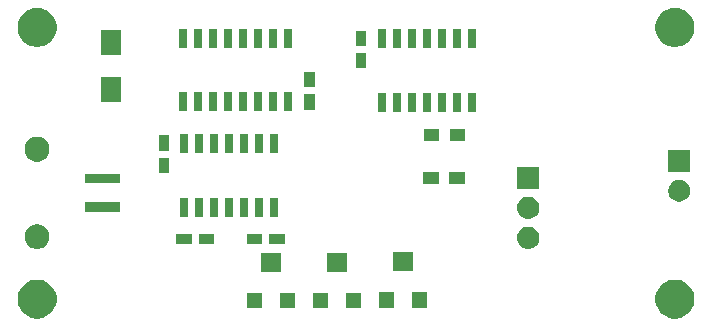
<source format=gts>
G04 #@! TF.GenerationSoftware,KiCad,Pcbnew,5.0.1*
G04 #@! TF.CreationDate,2019-03-20T12:14:45+09:00*
G04 #@! TF.ProjectId,supersonic_bone_therapy_equipment,7375706572736F6E69635F626F6E655F,rev?*
G04 #@! TF.SameCoordinates,Original*
G04 #@! TF.FileFunction,Soldermask,Top*
G04 #@! TF.FilePolarity,Negative*
%FSLAX46Y46*%
G04 Gerber Fmt 4.6, Leading zero omitted, Abs format (unit mm)*
G04 Created by KiCad (PCBNEW 5.0.1) date 2019年03月20日 12時14分45秒*
%MOMM*%
%LPD*%
G01*
G04 APERTURE LIST*
%ADD10C,0.100000*%
G04 APERTURE END LIST*
D10*
G36*
X181375256Y-110391298D02*
X181481579Y-110412447D01*
X181782042Y-110536903D01*
X182048852Y-110715180D01*
X182052454Y-110717587D01*
X182282413Y-110947546D01*
X182463098Y-111217960D01*
X182587553Y-111518422D01*
X182651000Y-111837389D01*
X182651000Y-112162611D01*
X182587553Y-112481578D01*
X182463098Y-112782040D01*
X182282413Y-113052454D01*
X182052454Y-113282413D01*
X182052451Y-113282415D01*
X181782042Y-113463097D01*
X181481579Y-113587553D01*
X181375256Y-113608702D01*
X181162611Y-113651000D01*
X180837389Y-113651000D01*
X180624744Y-113608702D01*
X180518421Y-113587553D01*
X180217958Y-113463097D01*
X179947549Y-113282415D01*
X179947546Y-113282413D01*
X179717587Y-113052454D01*
X179536902Y-112782040D01*
X179412447Y-112481578D01*
X179349000Y-112162611D01*
X179349000Y-111837389D01*
X179412447Y-111518422D01*
X179536902Y-111217960D01*
X179717587Y-110947546D01*
X179947546Y-110717587D01*
X179951148Y-110715180D01*
X180217958Y-110536903D01*
X180518421Y-110412447D01*
X180624744Y-110391298D01*
X180837389Y-110349000D01*
X181162611Y-110349000D01*
X181375256Y-110391298D01*
X181375256Y-110391298D01*
G37*
G36*
X127375256Y-110391298D02*
X127481579Y-110412447D01*
X127782042Y-110536903D01*
X128048852Y-110715180D01*
X128052454Y-110717587D01*
X128282413Y-110947546D01*
X128463098Y-111217960D01*
X128587553Y-111518422D01*
X128651000Y-111837389D01*
X128651000Y-112162611D01*
X128587553Y-112481578D01*
X128463098Y-112782040D01*
X128282413Y-113052454D01*
X128052454Y-113282413D01*
X128052451Y-113282415D01*
X127782042Y-113463097D01*
X127481579Y-113587553D01*
X127375256Y-113608702D01*
X127162611Y-113651000D01*
X126837389Y-113651000D01*
X126624744Y-113608702D01*
X126518421Y-113587553D01*
X126217958Y-113463097D01*
X125947549Y-113282415D01*
X125947546Y-113282413D01*
X125717587Y-113052454D01*
X125536902Y-112782040D01*
X125412447Y-112481578D01*
X125349000Y-112162611D01*
X125349000Y-111837389D01*
X125412447Y-111518422D01*
X125536902Y-111217960D01*
X125717587Y-110947546D01*
X125947546Y-110717587D01*
X125951148Y-110715180D01*
X126217958Y-110536903D01*
X126518421Y-110412447D01*
X126624744Y-110391298D01*
X126837389Y-110349000D01*
X127162611Y-110349000D01*
X127375256Y-110391298D01*
X127375256Y-110391298D01*
G37*
G36*
X151651000Y-112761000D02*
X150349000Y-112761000D01*
X150349000Y-111459000D01*
X151651000Y-111459000D01*
X151651000Y-112761000D01*
X151651000Y-112761000D01*
G37*
G36*
X146063000Y-112761000D02*
X144761000Y-112761000D01*
X144761000Y-111459000D01*
X146063000Y-111459000D01*
X146063000Y-112761000D01*
X146063000Y-112761000D01*
G37*
G36*
X148863000Y-112761000D02*
X147561000Y-112761000D01*
X147561000Y-111459000D01*
X148863000Y-111459000D01*
X148863000Y-112761000D01*
X148863000Y-112761000D01*
G37*
G36*
X154451000Y-112761000D02*
X153149000Y-112761000D01*
X153149000Y-111459000D01*
X154451000Y-111459000D01*
X154451000Y-112761000D01*
X154451000Y-112761000D01*
G37*
G36*
X157213600Y-112735600D02*
X155911600Y-112735600D01*
X155911600Y-111433600D01*
X157213600Y-111433600D01*
X157213600Y-112735600D01*
X157213600Y-112735600D01*
G37*
G36*
X160013600Y-112735600D02*
X158711600Y-112735600D01*
X158711600Y-111433600D01*
X160013600Y-111433600D01*
X160013600Y-112735600D01*
X160013600Y-112735600D01*
G37*
G36*
X147663000Y-109671000D02*
X145961000Y-109671000D01*
X145961000Y-108069000D01*
X147663000Y-108069000D01*
X147663000Y-109671000D01*
X147663000Y-109671000D01*
G37*
G36*
X153251000Y-109671000D02*
X151549000Y-109671000D01*
X151549000Y-108069000D01*
X153251000Y-108069000D01*
X153251000Y-109671000D01*
X153251000Y-109671000D01*
G37*
G36*
X158813600Y-109645600D02*
X157111600Y-109645600D01*
X157111600Y-108043600D01*
X158813600Y-108043600D01*
X158813600Y-109645600D01*
X158813600Y-109645600D01*
G37*
G36*
X168766225Y-105869760D02*
X168766228Y-105869761D01*
X168766229Y-105869761D01*
X168945493Y-105924140D01*
X168945495Y-105924141D01*
X169110705Y-106012448D01*
X169255512Y-106131288D01*
X169374352Y-106276095D01*
X169462659Y-106441305D01*
X169517040Y-106620575D01*
X169535401Y-106807000D01*
X169517040Y-106993425D01*
X169462659Y-107172695D01*
X169374352Y-107337905D01*
X169255512Y-107482712D01*
X169110705Y-107601552D01*
X169054892Y-107631385D01*
X168945493Y-107689860D01*
X168766229Y-107744239D01*
X168766228Y-107744239D01*
X168766225Y-107744240D01*
X168626518Y-107758000D01*
X168533082Y-107758000D01*
X168393375Y-107744240D01*
X168393372Y-107744239D01*
X168393371Y-107744239D01*
X168214107Y-107689860D01*
X168104708Y-107631385D01*
X168048895Y-107601552D01*
X167904088Y-107482712D01*
X167785248Y-107337905D01*
X167696941Y-107172695D01*
X167642560Y-106993425D01*
X167624199Y-106807000D01*
X167642560Y-106620575D01*
X167696941Y-106441305D01*
X167785248Y-106276095D01*
X167904088Y-106131288D01*
X168048895Y-106012448D01*
X168214105Y-105924141D01*
X168214107Y-105924140D01*
X168393371Y-105869761D01*
X168393372Y-105869761D01*
X168393375Y-105869760D01*
X168533082Y-105856000D01*
X168626518Y-105856000D01*
X168766225Y-105869760D01*
X168766225Y-105869760D01*
G37*
G36*
X127306565Y-105689389D02*
X127497834Y-105768615D01*
X127669976Y-105883637D01*
X127816363Y-106030024D01*
X127931385Y-106202166D01*
X128010611Y-106393435D01*
X128051000Y-106596484D01*
X128051000Y-106803516D01*
X128010611Y-107006565D01*
X127931385Y-107197834D01*
X127816363Y-107369976D01*
X127669976Y-107516363D01*
X127497834Y-107631385D01*
X127306565Y-107710611D01*
X127103516Y-107751000D01*
X126896484Y-107751000D01*
X126693435Y-107710611D01*
X126502166Y-107631385D01*
X126330024Y-107516363D01*
X126183637Y-107369976D01*
X126068615Y-107197834D01*
X125989389Y-107006565D01*
X125949000Y-106803516D01*
X125949000Y-106596484D01*
X125989389Y-106393435D01*
X126068615Y-106202166D01*
X126183637Y-106030024D01*
X126330024Y-105883637D01*
X126502166Y-105768615D01*
X126693435Y-105689389D01*
X126896484Y-105649000D01*
X127103516Y-105649000D01*
X127306565Y-105689389D01*
X127306565Y-105689389D01*
G37*
G36*
X147971000Y-107360000D02*
X146669000Y-107360000D01*
X146669000Y-106508000D01*
X147971000Y-106508000D01*
X147971000Y-107360000D01*
X147971000Y-107360000D01*
G37*
G36*
X146071000Y-107360000D02*
X144769000Y-107360000D01*
X144769000Y-106508000D01*
X146071000Y-106508000D01*
X146071000Y-107360000D01*
X146071000Y-107360000D01*
G37*
G36*
X140097000Y-107360000D02*
X138795000Y-107360000D01*
X138795000Y-106508000D01*
X140097000Y-106508000D01*
X140097000Y-107360000D01*
X140097000Y-107360000D01*
G37*
G36*
X141997000Y-107360000D02*
X140695000Y-107360000D01*
X140695000Y-106508000D01*
X141997000Y-106508000D01*
X141997000Y-107360000D01*
X141997000Y-107360000D01*
G37*
G36*
X168766225Y-103329760D02*
X168766228Y-103329761D01*
X168766229Y-103329761D01*
X168945493Y-103384140D01*
X168945495Y-103384141D01*
X169110705Y-103472448D01*
X169255512Y-103591288D01*
X169374352Y-103736095D01*
X169462659Y-103901305D01*
X169517040Y-104080575D01*
X169535401Y-104267000D01*
X169517040Y-104453425D01*
X169462659Y-104632695D01*
X169374352Y-104797905D01*
X169255512Y-104942712D01*
X169110705Y-105061552D01*
X169110703Y-105061553D01*
X168945493Y-105149860D01*
X168766229Y-105204239D01*
X168766228Y-105204239D01*
X168766225Y-105204240D01*
X168626518Y-105218000D01*
X168533082Y-105218000D01*
X168393375Y-105204240D01*
X168393372Y-105204239D01*
X168393371Y-105204239D01*
X168214107Y-105149860D01*
X168048897Y-105061553D01*
X168048895Y-105061552D01*
X167904088Y-104942712D01*
X167785248Y-104797905D01*
X167696941Y-104632695D01*
X167642560Y-104453425D01*
X167624199Y-104267000D01*
X167642560Y-104080575D01*
X167696941Y-103901305D01*
X167785248Y-103736095D01*
X167904088Y-103591288D01*
X168048895Y-103472448D01*
X168214105Y-103384141D01*
X168214107Y-103384140D01*
X168393371Y-103329761D01*
X168393372Y-103329761D01*
X168393375Y-103329760D01*
X168533082Y-103316000D01*
X168626518Y-103316000D01*
X168766225Y-103329760D01*
X168766225Y-103329760D01*
G37*
G36*
X139797000Y-105007000D02*
X139095000Y-105007000D01*
X139095000Y-103405000D01*
X139797000Y-103405000D01*
X139797000Y-105007000D01*
X139797000Y-105007000D01*
G37*
G36*
X141067000Y-105007000D02*
X140365000Y-105007000D01*
X140365000Y-103405000D01*
X141067000Y-103405000D01*
X141067000Y-105007000D01*
X141067000Y-105007000D01*
G37*
G36*
X147417000Y-105007000D02*
X146715000Y-105007000D01*
X146715000Y-103405000D01*
X147417000Y-103405000D01*
X147417000Y-105007000D01*
X147417000Y-105007000D01*
G37*
G36*
X144877000Y-105007000D02*
X144175000Y-105007000D01*
X144175000Y-103405000D01*
X144877000Y-103405000D01*
X144877000Y-105007000D01*
X144877000Y-105007000D01*
G37*
G36*
X143607000Y-105007000D02*
X142905000Y-105007000D01*
X142905000Y-103405000D01*
X143607000Y-103405000D01*
X143607000Y-105007000D01*
X143607000Y-105007000D01*
G37*
G36*
X142337000Y-105007000D02*
X141635000Y-105007000D01*
X141635000Y-103405000D01*
X142337000Y-103405000D01*
X142337000Y-105007000D01*
X142337000Y-105007000D01*
G37*
G36*
X146147000Y-105007000D02*
X145445000Y-105007000D01*
X145445000Y-103405000D01*
X146147000Y-103405000D01*
X146147000Y-105007000D01*
X146147000Y-105007000D01*
G37*
G36*
X134051000Y-104601000D02*
X131089000Y-104601000D01*
X131089000Y-103799000D01*
X134051000Y-103799000D01*
X134051000Y-104601000D01*
X134051000Y-104601000D01*
G37*
G36*
X181626104Y-101939585D02*
X181794626Y-102009389D01*
X181946291Y-102110728D01*
X182075272Y-102239709D01*
X182176611Y-102391374D01*
X182246415Y-102559896D01*
X182282000Y-102738797D01*
X182282000Y-102921203D01*
X182246415Y-103100104D01*
X182176611Y-103268626D01*
X182075272Y-103420291D01*
X181946291Y-103549272D01*
X181794626Y-103650611D01*
X181626104Y-103720415D01*
X181447203Y-103756000D01*
X181264797Y-103756000D01*
X181085896Y-103720415D01*
X180917374Y-103650611D01*
X180765709Y-103549272D01*
X180636728Y-103420291D01*
X180535389Y-103268626D01*
X180465585Y-103100104D01*
X180430000Y-102921203D01*
X180430000Y-102738797D01*
X180465585Y-102559896D01*
X180535389Y-102391374D01*
X180636728Y-102239709D01*
X180765709Y-102110728D01*
X180917374Y-102009389D01*
X181085896Y-101939585D01*
X181264797Y-101904000D01*
X181447203Y-101904000D01*
X181626104Y-101939585D01*
X181626104Y-101939585D01*
G37*
G36*
X169530800Y-102678000D02*
X167628800Y-102678000D01*
X167628800Y-100776000D01*
X169530800Y-100776000D01*
X169530800Y-102678000D01*
X169530800Y-102678000D01*
G37*
G36*
X163218800Y-102253400D02*
X161916800Y-102253400D01*
X161916800Y-101251400D01*
X163218800Y-101251400D01*
X163218800Y-102253400D01*
X163218800Y-102253400D01*
G37*
G36*
X161018800Y-102253400D02*
X159716800Y-102253400D01*
X159716800Y-101251400D01*
X161018800Y-101251400D01*
X161018800Y-102253400D01*
X161018800Y-102253400D01*
G37*
G36*
X134051000Y-102201000D02*
X131089000Y-102201000D01*
X131089000Y-101399000D01*
X134051000Y-101399000D01*
X134051000Y-102201000D01*
X134051000Y-102201000D01*
G37*
G36*
X138195600Y-101336600D02*
X137343600Y-101336600D01*
X137343600Y-100034600D01*
X138195600Y-100034600D01*
X138195600Y-101336600D01*
X138195600Y-101336600D01*
G37*
G36*
X182282000Y-101256000D02*
X180430000Y-101256000D01*
X180430000Y-99404000D01*
X182282000Y-99404000D01*
X182282000Y-101256000D01*
X182282000Y-101256000D01*
G37*
G36*
X127306565Y-98289389D02*
X127497834Y-98368615D01*
X127669976Y-98483637D01*
X127816363Y-98630024D01*
X127931385Y-98802166D01*
X128010611Y-98993435D01*
X128051000Y-99196484D01*
X128051000Y-99403516D01*
X128010611Y-99606565D01*
X127931385Y-99797834D01*
X127816363Y-99969976D01*
X127669976Y-100116363D01*
X127497834Y-100231385D01*
X127306565Y-100310611D01*
X127103516Y-100351000D01*
X126896484Y-100351000D01*
X126693435Y-100310611D01*
X126502166Y-100231385D01*
X126330024Y-100116363D01*
X126183637Y-99969976D01*
X126068615Y-99797834D01*
X125989389Y-99606565D01*
X125949000Y-99403516D01*
X125949000Y-99196484D01*
X125989389Y-98993435D01*
X126068615Y-98802166D01*
X126183637Y-98630024D01*
X126330024Y-98483637D01*
X126502166Y-98368615D01*
X126693435Y-98289389D01*
X126896484Y-98249000D01*
X127103516Y-98249000D01*
X127306565Y-98289389D01*
X127306565Y-98289389D01*
G37*
G36*
X147417000Y-99607000D02*
X146715000Y-99607000D01*
X146715000Y-98005000D01*
X147417000Y-98005000D01*
X147417000Y-99607000D01*
X147417000Y-99607000D01*
G37*
G36*
X144877000Y-99607000D02*
X144175000Y-99607000D01*
X144175000Y-98005000D01*
X144877000Y-98005000D01*
X144877000Y-99607000D01*
X144877000Y-99607000D01*
G37*
G36*
X146147000Y-99607000D02*
X145445000Y-99607000D01*
X145445000Y-98005000D01*
X146147000Y-98005000D01*
X146147000Y-99607000D01*
X146147000Y-99607000D01*
G37*
G36*
X143607000Y-99607000D02*
X142905000Y-99607000D01*
X142905000Y-98005000D01*
X143607000Y-98005000D01*
X143607000Y-99607000D01*
X143607000Y-99607000D01*
G37*
G36*
X142337000Y-99607000D02*
X141635000Y-99607000D01*
X141635000Y-98005000D01*
X142337000Y-98005000D01*
X142337000Y-99607000D01*
X142337000Y-99607000D01*
G37*
G36*
X141067000Y-99607000D02*
X140365000Y-99607000D01*
X140365000Y-98005000D01*
X141067000Y-98005000D01*
X141067000Y-99607000D01*
X141067000Y-99607000D01*
G37*
G36*
X139797000Y-99607000D02*
X139095000Y-99607000D01*
X139095000Y-98005000D01*
X139797000Y-98005000D01*
X139797000Y-99607000D01*
X139797000Y-99607000D01*
G37*
G36*
X138195600Y-99436600D02*
X137343600Y-99436600D01*
X137343600Y-98134600D01*
X138195600Y-98134600D01*
X138195600Y-99436600D01*
X138195600Y-99436600D01*
G37*
G36*
X161036400Y-98621200D02*
X159734400Y-98621200D01*
X159734400Y-97619200D01*
X161036400Y-97619200D01*
X161036400Y-98621200D01*
X161036400Y-98621200D01*
G37*
G36*
X163236400Y-98621200D02*
X161934400Y-98621200D01*
X161934400Y-97619200D01*
X163236400Y-97619200D01*
X163236400Y-98621200D01*
X163236400Y-98621200D01*
G37*
G36*
X156586400Y-96134800D02*
X155884400Y-96134800D01*
X155884400Y-94532800D01*
X156586400Y-94532800D01*
X156586400Y-96134800D01*
X156586400Y-96134800D01*
G37*
G36*
X159126400Y-96134800D02*
X158424400Y-96134800D01*
X158424400Y-94532800D01*
X159126400Y-94532800D01*
X159126400Y-96134800D01*
X159126400Y-96134800D01*
G37*
G36*
X160396400Y-96134800D02*
X159694400Y-96134800D01*
X159694400Y-94532800D01*
X160396400Y-94532800D01*
X160396400Y-96134800D01*
X160396400Y-96134800D01*
G37*
G36*
X161666400Y-96134800D02*
X160964400Y-96134800D01*
X160964400Y-94532800D01*
X161666400Y-94532800D01*
X161666400Y-96134800D01*
X161666400Y-96134800D01*
G37*
G36*
X162936400Y-96134800D02*
X162234400Y-96134800D01*
X162234400Y-94532800D01*
X162936400Y-94532800D01*
X162936400Y-96134800D01*
X162936400Y-96134800D01*
G37*
G36*
X164206400Y-96134800D02*
X163504400Y-96134800D01*
X163504400Y-94532800D01*
X164206400Y-94532800D01*
X164206400Y-96134800D01*
X164206400Y-96134800D01*
G37*
G36*
X157856400Y-96134800D02*
X157154400Y-96134800D01*
X157154400Y-94532800D01*
X157856400Y-94532800D01*
X157856400Y-96134800D01*
X157856400Y-96134800D01*
G37*
G36*
X146075273Y-96101520D02*
X145373273Y-96101520D01*
X145373273Y-94499520D01*
X146075273Y-94499520D01*
X146075273Y-96101520D01*
X146075273Y-96101520D01*
G37*
G36*
X139725273Y-96101520D02*
X139023273Y-96101520D01*
X139023273Y-94499520D01*
X139725273Y-94499520D01*
X139725273Y-96101520D01*
X139725273Y-96101520D01*
G37*
G36*
X140995273Y-96101520D02*
X140293273Y-96101520D01*
X140293273Y-94499520D01*
X140995273Y-94499520D01*
X140995273Y-96101520D01*
X140995273Y-96101520D01*
G37*
G36*
X142265273Y-96101520D02*
X141563273Y-96101520D01*
X141563273Y-94499520D01*
X142265273Y-94499520D01*
X142265273Y-96101520D01*
X142265273Y-96101520D01*
G37*
G36*
X143535273Y-96101520D02*
X142833273Y-96101520D01*
X142833273Y-94499520D01*
X143535273Y-94499520D01*
X143535273Y-96101520D01*
X143535273Y-96101520D01*
G37*
G36*
X144805273Y-96101520D02*
X144103273Y-96101520D01*
X144103273Y-94499520D01*
X144805273Y-94499520D01*
X144805273Y-96101520D01*
X144805273Y-96101520D01*
G37*
G36*
X148615273Y-96101520D02*
X147913273Y-96101520D01*
X147913273Y-94499520D01*
X148615273Y-94499520D01*
X148615273Y-96101520D01*
X148615273Y-96101520D01*
G37*
G36*
X147345273Y-96101520D02*
X146643273Y-96101520D01*
X146643273Y-94499520D01*
X147345273Y-94499520D01*
X147345273Y-96101520D01*
X147345273Y-96101520D01*
G37*
G36*
X150493673Y-95954120D02*
X149641673Y-95954120D01*
X149641673Y-94652120D01*
X150493673Y-94652120D01*
X150493673Y-95954120D01*
X150493673Y-95954120D01*
G37*
G36*
X134150200Y-95303800D02*
X132448200Y-95303800D01*
X132448200Y-93201800D01*
X134150200Y-93201800D01*
X134150200Y-95303800D01*
X134150200Y-95303800D01*
G37*
G36*
X150493673Y-94054120D02*
X149641673Y-94054120D01*
X149641673Y-92752120D01*
X150493673Y-92752120D01*
X150493673Y-94054120D01*
X150493673Y-94054120D01*
G37*
G36*
X154832600Y-92472000D02*
X153980600Y-92472000D01*
X153980600Y-91170000D01*
X154832600Y-91170000D01*
X154832600Y-92472000D01*
X154832600Y-92472000D01*
G37*
G36*
X134150200Y-91303800D02*
X132448200Y-91303800D01*
X132448200Y-89201800D01*
X134150200Y-89201800D01*
X134150200Y-91303800D01*
X134150200Y-91303800D01*
G37*
G36*
X156586400Y-90734800D02*
X155884400Y-90734800D01*
X155884400Y-89132800D01*
X156586400Y-89132800D01*
X156586400Y-90734800D01*
X156586400Y-90734800D01*
G37*
G36*
X162936400Y-90734800D02*
X162234400Y-90734800D01*
X162234400Y-89132800D01*
X162936400Y-89132800D01*
X162936400Y-90734800D01*
X162936400Y-90734800D01*
G37*
G36*
X157856400Y-90734800D02*
X157154400Y-90734800D01*
X157154400Y-89132800D01*
X157856400Y-89132800D01*
X157856400Y-90734800D01*
X157856400Y-90734800D01*
G37*
G36*
X159126400Y-90734800D02*
X158424400Y-90734800D01*
X158424400Y-89132800D01*
X159126400Y-89132800D01*
X159126400Y-90734800D01*
X159126400Y-90734800D01*
G37*
G36*
X164206400Y-90734800D02*
X163504400Y-90734800D01*
X163504400Y-89132800D01*
X164206400Y-89132800D01*
X164206400Y-90734800D01*
X164206400Y-90734800D01*
G37*
G36*
X161666400Y-90734800D02*
X160964400Y-90734800D01*
X160964400Y-89132800D01*
X161666400Y-89132800D01*
X161666400Y-90734800D01*
X161666400Y-90734800D01*
G37*
G36*
X160396400Y-90734800D02*
X159694400Y-90734800D01*
X159694400Y-89132800D01*
X160396400Y-89132800D01*
X160396400Y-90734800D01*
X160396400Y-90734800D01*
G37*
G36*
X139725273Y-90701520D02*
X139023273Y-90701520D01*
X139023273Y-89099520D01*
X139725273Y-89099520D01*
X139725273Y-90701520D01*
X139725273Y-90701520D01*
G37*
G36*
X146075273Y-90701520D02*
X145373273Y-90701520D01*
X145373273Y-89099520D01*
X146075273Y-89099520D01*
X146075273Y-90701520D01*
X146075273Y-90701520D01*
G37*
G36*
X148615273Y-90701520D02*
X147913273Y-90701520D01*
X147913273Y-89099520D01*
X148615273Y-89099520D01*
X148615273Y-90701520D01*
X148615273Y-90701520D01*
G37*
G36*
X144805273Y-90701520D02*
X144103273Y-90701520D01*
X144103273Y-89099520D01*
X144805273Y-89099520D01*
X144805273Y-90701520D01*
X144805273Y-90701520D01*
G37*
G36*
X143535273Y-90701520D02*
X142833273Y-90701520D01*
X142833273Y-89099520D01*
X143535273Y-89099520D01*
X143535273Y-90701520D01*
X143535273Y-90701520D01*
G37*
G36*
X142265273Y-90701520D02*
X141563273Y-90701520D01*
X141563273Y-89099520D01*
X142265273Y-89099520D01*
X142265273Y-90701520D01*
X142265273Y-90701520D01*
G37*
G36*
X140995273Y-90701520D02*
X140293273Y-90701520D01*
X140293273Y-89099520D01*
X140995273Y-89099520D01*
X140995273Y-90701520D01*
X140995273Y-90701520D01*
G37*
G36*
X147345273Y-90701520D02*
X146643273Y-90701520D01*
X146643273Y-89099520D01*
X147345273Y-89099520D01*
X147345273Y-90701520D01*
X147345273Y-90701520D01*
G37*
G36*
X181375256Y-87391298D02*
X181481579Y-87412447D01*
X181782042Y-87536903D01*
X182048852Y-87715180D01*
X182052454Y-87717587D01*
X182282413Y-87947546D01*
X182463098Y-88217960D01*
X182587553Y-88518422D01*
X182651000Y-88837389D01*
X182651000Y-89162611D01*
X182587553Y-89481578D01*
X182463098Y-89782040D01*
X182282413Y-90052454D01*
X182052454Y-90282413D01*
X182052451Y-90282415D01*
X181782042Y-90463097D01*
X181481579Y-90587553D01*
X181375256Y-90608702D01*
X181162611Y-90651000D01*
X180837389Y-90651000D01*
X180624744Y-90608702D01*
X180518421Y-90587553D01*
X180217958Y-90463097D01*
X179947549Y-90282415D01*
X179947546Y-90282413D01*
X179717587Y-90052454D01*
X179536902Y-89782040D01*
X179412447Y-89481578D01*
X179349000Y-89162611D01*
X179349000Y-88837389D01*
X179412447Y-88518422D01*
X179536902Y-88217960D01*
X179717587Y-87947546D01*
X179947546Y-87717587D01*
X179951148Y-87715180D01*
X180217958Y-87536903D01*
X180518421Y-87412447D01*
X180624744Y-87391298D01*
X180837389Y-87349000D01*
X181162611Y-87349000D01*
X181375256Y-87391298D01*
X181375256Y-87391298D01*
G37*
G36*
X127375256Y-87391298D02*
X127481579Y-87412447D01*
X127782042Y-87536903D01*
X128048852Y-87715180D01*
X128052454Y-87717587D01*
X128282413Y-87947546D01*
X128463098Y-88217960D01*
X128587553Y-88518422D01*
X128651000Y-88837389D01*
X128651000Y-89162611D01*
X128587553Y-89481578D01*
X128463098Y-89782040D01*
X128282413Y-90052454D01*
X128052454Y-90282413D01*
X128052451Y-90282415D01*
X127782042Y-90463097D01*
X127481579Y-90587553D01*
X127375256Y-90608702D01*
X127162611Y-90651000D01*
X126837389Y-90651000D01*
X126624744Y-90608702D01*
X126518421Y-90587553D01*
X126217958Y-90463097D01*
X125947549Y-90282415D01*
X125947546Y-90282413D01*
X125717587Y-90052454D01*
X125536902Y-89782040D01*
X125412447Y-89481578D01*
X125349000Y-89162611D01*
X125349000Y-88837389D01*
X125412447Y-88518422D01*
X125536902Y-88217960D01*
X125717587Y-87947546D01*
X125947546Y-87717587D01*
X125951148Y-87715180D01*
X126217958Y-87536903D01*
X126518421Y-87412447D01*
X126624744Y-87391298D01*
X126837389Y-87349000D01*
X127162611Y-87349000D01*
X127375256Y-87391298D01*
X127375256Y-87391298D01*
G37*
G36*
X154832600Y-90572000D02*
X153980600Y-90572000D01*
X153980600Y-89270000D01*
X154832600Y-89270000D01*
X154832600Y-90572000D01*
X154832600Y-90572000D01*
G37*
M02*

</source>
